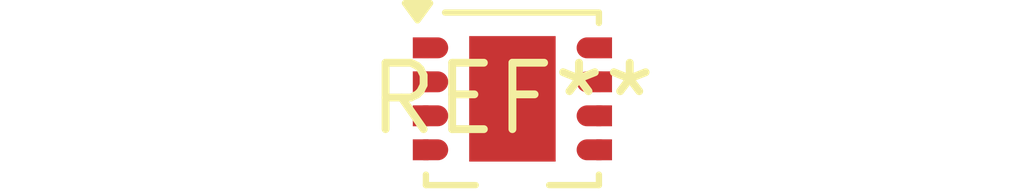
<source format=kicad_pcb>
(kicad_pcb (version 20240108) (generator pcbnew)
  (layers (0 "F.Cu" signal) (31 "B.Cu" signal) (34 "B.Paste" user) (35 "F.Paste" user) (36 "B.SilkS" user "B.Silkscreen") (37 "F.SilkS" user "F.Silkscreen") (38 "B.Mask" user) (39 "F.Mask" user) (44 "Edge.Cuts" user))
  (net 0 "")
  (footprint "Texas_S-PVSON-N8" (layer "F.Cu") (at 0 0)
    (property "Reference" "REF**")
    (property "Value" "Texas_S-PVSON-N8")
    (fp_line (start -1.65 1.65) (end -1.65 1.45) (layer "F.SilkS") (stroke (width 0.12)))
    (fp_line (start -1.65 1.65) (end -0.7 1.65) (layer "F.SilkS") (stroke (width 0.12)))
    (fp_line (start 0.7 1.65) (end 1.65 1.65) (layer "F.SilkS") (stroke (width 0.12)))
    (fp_line (start 1.65 -1.65) (end -1.285 -1.65) (layer "F.SilkS") (stroke (width 0.12)))
    (fp_line (start 1.65 -1.45) (end 1.65 -1.65) (layer "F.SilkS") (stroke (width 0.12)))
    (fp_line (start 1.65 1.45) (end 1.65 1.65) (layer "F.SilkS") (stroke (width 0.12)))
    (fp_poly (pts (xy -1.81 -1.5) (xy -2.05 -1.83) (xy -1.57 -1.83) (xy -1.81 -1.5)) (layer "F.SilkS") (stroke (width 0.12)) (fill solid))
    (pad "1" smd rect (at -1.75 -0.975) (size 0.3 0.4) (layers "F.Cu" "F.Paste" "F.Mask"))
    (pad "1" smd oval (at -1.55 -0.975) (size 0.65 0.4) (layers "F.Cu" "F.Paste" "F.Mask"))
    (pad "2" smd rect (at -1.75 -0.325) (size 0.3 0.4) (layers "F.Cu" "F.Paste" "F.Mask"))
    (pad "2" smd oval (at -1.55 -0.325) (size 0.65 0.4) (layers "F.Cu" "F.Paste" "F.Mask"))
    (pad "3" smd rect (at -1.75 0.325) (size 0.3 0.4) (layers "F.Cu" "F.Paste" "F.Mask"))
    (pad "3" smd oval (at -1.55 0.325) (size 0.65 0.4) (layers "F.Cu" "F.Paste" "F.Mask"))
    (pad "4" smd rect (at -1.75 0.975) (size 0.3 0.4) (layers "F.Cu" "F.Paste" "F.Mask"))
    (pad "4" smd oval (at -1.55 0.975) (size 0.65 0.4) (layers "F.Cu" "F.Paste" "F.Mask"))
    (pad "5" smd oval (at 1.55 0.975) (size 0.65 0.4) (layers "F.Cu" "F.Paste" "F.Mask"))
    (pad "5" smd rect (at 1.75 0.975) (size 0.3 0.4) (layers "F.Cu" "F.Paste" "F.Mask"))
    (pad "6" smd oval (at 1.55 0.325) (size 0.65 0.4) (layers "F.Cu" "F.Paste" "F.Mask"))
    (pad "6" smd rect (at 1.75 0.325) (size 0.3 0.4) (layers "F.Cu" "F.Paste" "F.Mask"))
    (pad "7" smd oval (at 1.55 -0.325) (size 0.65 0.4) (layers "F.Cu" "F.Paste" "F.Mask"))
    (pad "7" smd rect (at 1.75 -0.325) (size 0.3 0.4) (layers "F.Cu" "F.Paste" "F.Mask"))
    (pad "8" smd oval (at 1.55 -0.975) (size 0.65 0.4) (layers "F.Cu" "F.Paste" "F.Mask"))
    (pad "8" smd rect (at 1.75 -0.975) (size 0.3 0.4) (layers "F.Cu" "F.Paste" "F.Mask"))
    (pad "9" smd rect (at -0.45 -0.625) (size 0.65 1) (layers "F.Cu" "F.Paste" "F.Mask"))
    (pad "9" smd rect (at -0.45 0.625) (size 0.65 1) (layers "F.Cu" "F.Paste" "F.Mask"))
    (pad "9" smd rect (at 0 0) (size 1.65 2.4) (layers "F.Cu" "F.Mask"))
    (pad "9" smd rect (at 0.45 -0.625) (size 0.65 1) (layers "F.Cu" "F.Paste" "F.Mask"))
    (pad "9" smd rect (at 0.45 0.625) (size 0.65 1) (layers "F.Cu" "F.Paste" "F.Mask"))
  )
)
</source>
